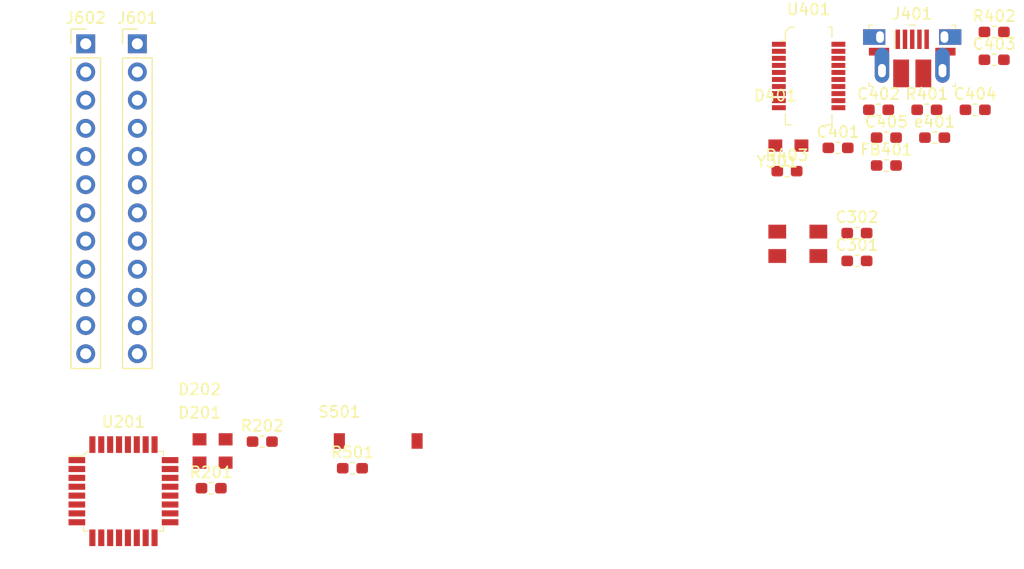
<source format=kicad_pcb>
(kicad_pcb (version 20171130) (host pcbnew "(5.1.6)-1")

  (general
    (thickness 1.6)
    (drawings 0)
    (tracks 0)
    (zones 0)
    (modules 25)
    (nets 49)
  )

  (page A4)
  (layers
    (0 F.Cu signal)
    (31 B.Cu signal)
    (32 B.Adhes user)
    (33 F.Adhes user)
    (34 B.Paste user)
    (35 F.Paste user)
    (36 B.SilkS user)
    (37 F.SilkS user)
    (38 B.Mask user)
    (39 F.Mask user)
    (40 Dwgs.User user)
    (41 Cmts.User user)
    (42 Eco1.User user)
    (43 Eco2.User user)
    (44 Edge.Cuts user)
    (45 Margin user)
    (46 B.CrtYd user)
    (47 F.CrtYd user)
    (48 B.Fab user)
    (49 F.Fab user)
  )

  (setup
    (last_trace_width 0.25)
    (trace_clearance 0.2)
    (zone_clearance 0.508)
    (zone_45_only no)
    (trace_min 0.2)
    (via_size 0.8)
    (via_drill 0.4)
    (via_min_size 0.4)
    (via_min_drill 0.3)
    (uvia_size 0.3)
    (uvia_drill 0.1)
    (uvias_allowed no)
    (uvia_min_size 0.2)
    (uvia_min_drill 0.1)
    (edge_width 0.05)
    (segment_width 0.2)
    (pcb_text_width 0.3)
    (pcb_text_size 1.5 1.5)
    (mod_edge_width 0.12)
    (mod_text_size 1 1)
    (mod_text_width 0.15)
    (pad_size 1.524 1.524)
    (pad_drill 0.762)
    (pad_to_mask_clearance 0.05)
    (aux_axis_origin 0 0)
    (visible_elements FFFFFF7F)
    (pcbplotparams
      (layerselection 0x010fc_ffffffff)
      (usegerberextensions false)
      (usegerberattributes true)
      (usegerberadvancedattributes true)
      (creategerberjobfile true)
      (excludeedgelayer true)
      (linewidth 0.100000)
      (plotframeref false)
      (viasonmask false)
      (mode 1)
      (useauxorigin false)
      (hpglpennumber 1)
      (hpglpenspeed 20)
      (hpglpendiameter 15.000000)
      (psnegative false)
      (psa4output false)
      (plotreference true)
      (plotvalue true)
      (plotinvisibletext false)
      (padsonsilk false)
      (subtractmaskfromsilk false)
      (outputformat 1)
      (mirror false)
      (drillshape 1)
      (scaleselection 1)
      (outputdirectory ""))
  )

  (net 0 "")
  (net 1 GND)
  (net 2 /ATMega328/XTAL1)
  (net 3 /ATMega328/XTAL2)
  (net 4 "Net-(C401-Pad2)")
  (net 5 "/USB TO UART/DP")
  (net 6 "/USB TO UART/DM")
  (net 7 +5V)
  (net 8 "Net-(D201-Pad2)")
  (net 9 "Net-(D202-Pad2)")
  (net 10 +3V3)
  (net 11 "Net-(D401-Pad1)")
  (net 12 "Net-(J401-PadSH)")
  (net 13 "Net-(J401-Pad4)")
  (net 14 "/PIN HEADERS/12")
  (net 15 "/PIN HEADERS/11")
  (net 16 "/PIN HEADERS/10")
  (net 17 "/PIN HEADERS/9")
  (net 18 "/PIN HEADERS/8")
  (net 19 "/PIN HEADERS/7")
  (net 20 "/PIN HEADERS/6")
  (net 21 "/PIN HEADERS/5")
  (net 22 "/PIN HEADERS/4")
  (net 23 "/PIN HEADERS/3")
  (net 24 /D1_TX)
  (net 25 /D0_RX)
  (net 26 /RESET)
  (net 27 "/PIN HEADERS/23")
  (net 28 "/PIN HEADERS/22")
  (net 29 "/PIN HEADERS/21")
  (net 30 "/PIN HEADERS/20")
  (net 31 "/PIN HEADERS/19")
  (net 32 "/PIN HEADERS/18")
  (net 33 "/PIN HEADERS/17")
  (net 34 "/PIN HEADERS/16")
  (net 35 "/PIN HEADERS/15")
  (net 36 "/PIN HEADERS/14")
  (net 37 "/PIN HEADERS/13")
  (net 38 "Net-(R401-Pad1)")
  (net 39 "Net-(R402-Pad1)")
  (net 40 "Net-(R403-Pad2)")
  (net 41 "Net-(U401-Pad19)")
  (net 42 "Net-(U401-Pad18)")
  (net 43 "Net-(U401-Pad17)")
  (net 44 "Net-(U401-Pad9)")
  (net 45 "Net-(U401-Pad8)")
  (net 46 "Net-(U401-Pad7)")
  (net 47 "Net-(U401-Pad2)")
  (net 48 "Net-(U401-Pad5)")

  (net_class Default "This is the default net class."
    (clearance 0.2)
    (trace_width 0.25)
    (via_dia 0.8)
    (via_drill 0.4)
    (uvia_dia 0.3)
    (uvia_drill 0.1)
    (add_net +3V3)
    (add_net +5V)
    (add_net /ATMega328/XTAL1)
    (add_net /ATMega328/XTAL2)
    (add_net /D0_RX)
    (add_net /D1_TX)
    (add_net "/PIN HEADERS/10")
    (add_net "/PIN HEADERS/11")
    (add_net "/PIN HEADERS/12")
    (add_net "/PIN HEADERS/13")
    (add_net "/PIN HEADERS/14")
    (add_net "/PIN HEADERS/15")
    (add_net "/PIN HEADERS/16")
    (add_net "/PIN HEADERS/17")
    (add_net "/PIN HEADERS/18")
    (add_net "/PIN HEADERS/19")
    (add_net "/PIN HEADERS/20")
    (add_net "/PIN HEADERS/21")
    (add_net "/PIN HEADERS/22")
    (add_net "/PIN HEADERS/23")
    (add_net "/PIN HEADERS/3")
    (add_net "/PIN HEADERS/4")
    (add_net "/PIN HEADERS/5")
    (add_net "/PIN HEADERS/6")
    (add_net "/PIN HEADERS/7")
    (add_net "/PIN HEADERS/8")
    (add_net "/PIN HEADERS/9")
    (add_net /RESET)
    (add_net "/USB TO UART/DM")
    (add_net "/USB TO UART/DP")
    (add_net GND)
    (add_net "Net-(C401-Pad2)")
    (add_net "Net-(D201-Pad2)")
    (add_net "Net-(D202-Pad2)")
    (add_net "Net-(D401-Pad1)")
    (add_net "Net-(J401-Pad4)")
    (add_net "Net-(J401-PadSH)")
    (add_net "Net-(R401-Pad1)")
    (add_net "Net-(R402-Pad1)")
    (add_net "Net-(R403-Pad2)")
    (add_net "Net-(U401-Pad17)")
    (add_net "Net-(U401-Pad18)")
    (add_net "Net-(U401-Pad19)")
    (add_net "Net-(U401-Pad2)")
    (add_net "Net-(U401-Pad5)")
    (add_net "Net-(U401-Pad7)")
    (add_net "Net-(U401-Pad8)")
    (add_net "Net-(U401-Pad9)")
  )

  (module "Arduino Rev 2:ECS-160-20-30B-AGL-TR" (layer F.Cu) (tedit 5F0D42F4) (tstamp 5F0DCA5F)
    (at 176.124999 83.959999)
    (path /5F0CAB04/5F0CAD05)
    (fp_text reference Y301 (at 0 -6.3) (layer F.SilkS)
      (effects (font (size 1 1) (thickness 0.15)))
    )
    (fp_text value ECS-160-20-30B-AGL-TR (at 0.1 -8) (layer F.Fab)
      (effects (font (size 1 1) (thickness 0.15)))
    )
    (pad 4 smd rect (at 0 0) (size 1.6 1.25) (layers F.Cu F.Paste F.Mask)
      (net 1 GND))
    (pad 3 smd rect (at 3.7 0) (size 1.6 1.25) (layers F.Cu F.Paste F.Mask)
      (net 3 /ATMega328/XTAL2))
    (pad 2 smd rect (at 3.7 2.2) (size 1.6 1.25) (layers F.Cu F.Paste F.Mask)
      (net 1 GND))
    (pad 1 smd rect (at 0 2.2) (size 1.6 1.25) (layers F.Cu F.Paste F.Mask)
      (net 2 /ATMega328/XTAL1))
  )

  (module "Arduino Rev 2:SSOP-20_W3.9mm" (layer F.Cu) (tedit 5D28A695) (tstamp 5F0DCA57)
    (at 178.95 69.93)
    (descr http://www.ftdichip.com/Support/Documents/DataSheets/ICs/DS_FT231X.pdf)
    (path /5F0D5038/5F0DC5F3)
    (attr smd)
    (fp_text reference U401 (at 0 -6) (layer F.SilkS)
      (effects (font (size 1 1) (thickness 0.15)))
    )
    (fp_text value FT231XS-U (at 0 6) (layer F.Fab)
      (effects (font (size 1 1) (thickness 0.15)))
    )
    (fp_text user %R (at 0 0 90) (layer F.Fab)
      (effects (font (size 1 1) (thickness 0.15)))
    )
    (fp_line (start -1.9558 4.3307) (end 1.9558 4.3307) (layer F.Fab) (width 0.1))
    (fp_line (start 1.9558 -4.3307) (end 1.9558 4.3307) (layer F.Fab) (width 0.1))
    (fp_line (start -1.95 -3.95) (end -1.575 -4.325) (layer F.Fab) (width 0.1))
    (fp_line (start 1.95 -4.33) (end -1.57 -4.33) (layer F.Fab) (width 0.1))
    (fp_line (start -1.96 4.33) (end -1.95 -3.95) (layer F.Fab) (width 0.1))
    (fp_line (start -2.1 -3.2) (end -2.5 -3.2) (layer F.SilkS) (width 0.1))
    (fp_line (start -2.1 -4) (end -2.1 -3.2) (layer F.SilkS) (width 0.1))
    (fp_line (start -1.7 -4.4) (end -2.1 -4) (layer F.SilkS) (width 0.1))
    (fp_line (start -1.3 -4.4) (end -1.7 -4.4) (layer F.SilkS) (width 0.1))
    (fp_line (start 2.1 -4.4) (end 2.1 -3.5) (layer F.SilkS) (width 0.1))
    (fp_line (start 1.8 -4.4) (end 2.1 -4.4) (layer F.SilkS) (width 0.1))
    (fp_line (start 2.1 4.4) (end 2.1 3.5) (layer F.SilkS) (width 0.1))
    (fp_line (start 1.5 4.4) (end 2.1 4.4) (layer F.SilkS) (width 0.1))
    (fp_line (start -2.1 4.4) (end -1.5 4.4) (layer F.SilkS) (width 0.1))
    (fp_line (start -2.1 3.4) (end -2.1 4.4) (layer F.SilkS) (width 0.1))
    (fp_line (start 3.6 -4.7) (end 3.6 4.7) (layer F.CrtYd) (width 0.05))
    (fp_line (start -3.6 -4.7) (end 3.6 -4.7) (layer F.CrtYd) (width 0.05))
    (fp_line (start -3.6 4.7) (end 3.6 4.7) (layer F.CrtYd) (width 0.05))
    (fp_line (start -3.6 -4.7) (end -3.6 4.7) (layer F.CrtYd) (width 0.05))
    (pad 20 smd rect (at 2.6797 -2.8575) (size 1.25 0.45) (layers F.Cu F.Paste F.Mask)
      (net 25 /D0_RX))
    (pad 19 smd rect (at 2.6797 -2.2225) (size 1.25 0.45) (layers F.Cu F.Paste F.Mask)
      (net 41 "Net-(U401-Pad19)"))
    (pad 18 smd rect (at 2.6797 -1.5875) (size 1.25 0.45) (layers F.Cu F.Paste F.Mask)
      (net 42 "Net-(U401-Pad18)"))
    (pad 17 smd rect (at 2.6797 -0.9525) (size 1.25 0.45) (layers F.Cu F.Paste F.Mask)
      (net 43 "Net-(U401-Pad17)"))
    (pad 11 smd rect (at 2.6797 2.8575) (size 1.25 0.45) (layers F.Cu F.Paste F.Mask)
      (net 38 "Net-(R401-Pad1)"))
    (pad 12 smd rect (at 2.6797 2.2225) (size 1.25 0.45) (layers F.Cu F.Paste F.Mask)
      (net 39 "Net-(R402-Pad1)"))
    (pad 13 smd rect (at 2.6797 1.5875) (size 1.25 0.45) (layers F.Cu F.Paste F.Mask)
      (net 10 +3V3))
    (pad 14 smd rect (at 2.6797 0.9525) (size 1.25 0.45) (layers F.Cu F.Paste F.Mask)
      (net 10 +3V3))
    (pad 15 smd rect (at 2.6797 0.3175) (size 1.25 0.45) (layers F.Cu F.Paste F.Mask)
      (net 7 +5V))
    (pad 16 smd rect (at 2.6797 -0.3175) (size 1.25 0.45) (layers F.Cu F.Paste F.Mask)
      (net 1 GND))
    (pad 10 smd rect (at -2.6797 2.8575) (size 1.25 0.45) (layers F.Cu F.Paste F.Mask)
      (net 40 "Net-(R403-Pad2)"))
    (pad 9 smd rect (at -2.6797 2.2225) (size 1.25 0.45) (layers F.Cu F.Paste F.Mask)
      (net 44 "Net-(U401-Pad9)"))
    (pad 8 smd rect (at -2.6797 1.5875) (size 1.25 0.45) (layers F.Cu F.Paste F.Mask)
      (net 45 "Net-(U401-Pad8)"))
    (pad 7 smd rect (at -2.6797 0.9525) (size 1.25 0.45) (layers F.Cu F.Paste F.Mask)
      (net 46 "Net-(U401-Pad7)"))
    (pad 1 smd rect (at -2.6797 -2.8575) (size 1.25 0.45) (layers F.Cu F.Paste F.Mask)
      (net 26 /RESET))
    (pad 2 smd rect (at -2.6797 -2.2225) (size 1.25 0.45) (layers F.Cu F.Paste F.Mask)
      (net 47 "Net-(U401-Pad2)"))
    (pad 3 smd rect (at -2.6797 -1.5875) (size 1.25 0.45) (layers F.Cu F.Paste F.Mask)
      (net 10 +3V3))
    (pad 4 smd rect (at -2.6797 -0.9525) (size 1.25 0.45) (layers F.Cu F.Paste F.Mask)
      (net 24 /D1_TX))
    (pad 5 smd rect (at -2.6797 -0.3175) (size 1.25 0.45) (layers F.Cu F.Paste F.Mask)
      (net 48 "Net-(U401-Pad5)"))
    (pad 6 smd rect (at -2.6797 0.3175) (size 1.25 0.45) (layers F.Cu F.Paste F.Mask)
      (net 1 GND))
  )

  (module "Arduino Rev 2:TQFP-32_7x7mm" (layer F.Cu) (tedit 5D28AA5E) (tstamp 5F0DCA2B)
    (at 117.24 107.36)
    (descr http://www.atmel.com/Images/Atmel-8826-SEEPROM-PCB-Mounting-Guidelines-Surface-Mount-Packages-ApplicationNote.pdf)
    (path /5F0BDC7A/5F0BE412)
    (attr smd)
    (fp_text reference U201 (at 0 -6.25) (layer F.SilkS)
      (effects (font (size 1 1) (thickness 0.15)))
    )
    (fp_text value ATMEGA328-AU (at 0 6.2) (layer F.Fab)
      (effects (font (size 1 1) (thickness 0.15)))
    )
    (fp_text user %R (at 0 0) (layer F.Fab)
      (effects (font (size 1 1) (thickness 0.15)))
    )
    (fp_line (start 3.5 -3.5) (end 3.5 3.5) (layer F.Fab) (width 0.1))
    (fp_line (start -3.5 3.5) (end 3.5 3.5) (layer F.Fab) (width 0.1))
    (fp_line (start -3.5 -3.2) (end -3.2 -3.5) (layer F.Fab) (width 0.1))
    (fp_line (start -3.2 -3.5) (end 3.5 -3.5) (layer F.Fab) (width 0.1))
    (fp_line (start -3.5 -3.2) (end -3.5 3.5) (layer F.Fab) (width 0.1))
    (fp_line (start -3.6 3.6) (end -3.6 3.15) (layer F.SilkS) (width 0.1))
    (fp_line (start -3.6 3.6) (end -3.15 3.6) (layer F.SilkS) (width 0.1))
    (fp_line (start 3.6 3.6) (end 3.15 3.6) (layer F.SilkS) (width 0.1))
    (fp_line (start 3.6 3.6) (end 3.6 3.15) (layer F.SilkS) (width 0.1))
    (fp_line (start 3.6 -3.6) (end 3.6 -3.15) (layer F.SilkS) (width 0.1))
    (fp_line (start 3.6 -3.6) (end 3.15 -3.6) (layer F.SilkS) (width 0.1))
    (fp_line (start -3.6 -3.15) (end -4.9 -3.15) (layer F.SilkS) (width 0.1))
    (fp_line (start -3.6 -3.25) (end -3.6 -3.15) (layer F.SilkS) (width 0.1))
    (fp_line (start -3.25 -3.6) (end -3.6 -3.25) (layer F.SilkS) (width 0.1))
    (fp_line (start -3.15 -3.6) (end -3.25 -3.6) (layer F.SilkS) (width 0.1))
    (fp_line (start -5.2 -5.2) (end 5.2 -5.2) (layer F.CrtYd) (width 0.05))
    (fp_line (start 5.2 -5.2) (end 5.2 5.2) (layer F.CrtYd) (width 0.05))
    (fp_line (start -5.2 -5.2) (end -5.2 5.2) (layer F.CrtYd) (width 0.05))
    (fp_line (start -5.2 5.2) (end 5.2 5.2) (layer F.CrtYd) (width 0.05))
    (pad 32 smd rect (at -2.8 -4.2) (size 0.55 1.5) (layers F.Cu F.Paste F.Mask)
      (net 23 "/PIN HEADERS/3"))
    (pad 31 smd rect (at -2 -4.2) (size 0.55 1.5) (layers F.Cu F.Paste F.Mask)
      (net 24 /D1_TX))
    (pad 30 smd rect (at -1.2 -4.2) (size 0.55 1.5) (layers F.Cu F.Paste F.Mask)
      (net 25 /D0_RX))
    (pad 29 smd rect (at -0.4 -4.2) (size 0.55 1.5) (layers F.Cu F.Paste F.Mask)
      (net 26 /RESET))
    (pad 28 smd rect (at 0.4 -4.2) (size 0.55 1.5) (layers F.Cu F.Paste F.Mask)
      (net 30 "/PIN HEADERS/20"))
    (pad 27 smd rect (at 1.2 -4.2) (size 0.55 1.5) (layers F.Cu F.Paste F.Mask)
      (net 31 "/PIN HEADERS/19"))
    (pad 26 smd rect (at 2 -4.2) (size 0.55 1.5) (layers F.Cu F.Paste F.Mask)
      (net 32 "/PIN HEADERS/18"))
    (pad 25 smd rect (at 2.8 -4.2) (size 0.55 1.5) (layers F.Cu F.Paste F.Mask)
      (net 33 "/PIN HEADERS/17"))
    (pad 24 smd rect (at 4.2 -2.8) (size 1.5 0.55) (layers F.Cu F.Paste F.Mask)
      (net 34 "/PIN HEADERS/16"))
    (pad 23 smd rect (at 4.2 -2) (size 1.5 0.55) (layers F.Cu F.Paste F.Mask)
      (net 35 "/PIN HEADERS/15"))
    (pad 22 smd rect (at 4.2 -1.2) (size 1.5 0.55) (layers F.Cu F.Paste F.Mask)
      (net 28 "/PIN HEADERS/22"))
    (pad 21 smd rect (at 4.2 -0.4) (size 1.5 0.55) (layers F.Cu F.Paste F.Mask)
      (net 1 GND))
    (pad 20 smd rect (at 4.2 0.4) (size 1.5 0.55) (layers F.Cu F.Paste F.Mask)
      (net 27 "/PIN HEADERS/23"))
    (pad 19 smd rect (at 4.2 1.2) (size 1.5 0.55) (layers F.Cu F.Paste F.Mask)
      (net 29 "/PIN HEADERS/21"))
    (pad 18 smd rect (at 4.2 2) (size 1.5 0.55) (layers F.Cu F.Paste F.Mask)
      (net 7 +5V))
    (pad 17 smd rect (at 4.2 2.8) (size 1.5 0.55) (layers F.Cu F.Paste F.Mask)
      (net 36 "/PIN HEADERS/14"))
    (pad 16 smd rect (at 2.8 4.2) (size 0.55 1.5) (layers F.Cu F.Paste F.Mask)
      (net 37 "/PIN HEADERS/13"))
    (pad 15 smd rect (at 2 4.2) (size 0.55 1.5) (layers F.Cu F.Paste F.Mask)
      (net 14 "/PIN HEADERS/12"))
    (pad 14 smd rect (at 1.2 4.2) (size 0.55 1.5) (layers F.Cu F.Paste F.Mask)
      (net 15 "/PIN HEADERS/11"))
    (pad 13 smd rect (at 0.4 4.2) (size 0.55 1.5) (layers F.Cu F.Paste F.Mask)
      (net 16 "/PIN HEADERS/10"))
    (pad 12 smd rect (at -0.4 4.2) (size 0.55 1.5) (layers F.Cu F.Paste F.Mask)
      (net 17 "/PIN HEADERS/9"))
    (pad 11 smd rect (at -1.2 4.2) (size 0.55 1.5) (layers F.Cu F.Paste F.Mask)
      (net 18 "/PIN HEADERS/8"))
    (pad 10 smd rect (at -2 4.2) (size 0.55 1.5) (layers F.Cu F.Paste F.Mask)
      (net 19 "/PIN HEADERS/7"))
    (pad 8 smd rect (at -4.2 2.8) (size 1.5 0.55) (layers F.Cu F.Paste F.Mask)
      (net 3 /ATMega328/XTAL2))
    (pad 7 smd rect (at -4.2 2) (size 1.5 0.55) (layers F.Cu F.Paste F.Mask)
      (net 2 /ATMega328/XTAL1))
    (pad 6 smd rect (at -4.2 1.2) (size 1.5 0.55) (layers F.Cu F.Paste F.Mask)
      (net 7 +5V))
    (pad 5 smd rect (at -4.2 0.4) (size 1.5 0.55) (layers F.Cu F.Paste F.Mask)
      (net 1 GND))
    (pad 4 smd rect (at -4.2 -0.4) (size 1.5 0.55) (layers F.Cu F.Paste F.Mask)
      (net 7 +5V))
    (pad 3 smd rect (at -4.2 -1.2) (size 1.5 0.55) (layers F.Cu F.Paste F.Mask)
      (net 1 GND))
    (pad 2 smd rect (at -4.2 -2) (size 1.5 0.55) (layers F.Cu F.Paste F.Mask)
      (net 21 "/PIN HEADERS/5"))
    (pad 1 smd rect (at -4.2 -2.8) (size 1.5 0.55) (layers F.Cu F.Paste F.Mask)
      (net 22 "/PIN HEADERS/4"))
    (pad 9 smd rect (at -2.8 4.2) (size 0.55 1.5) (layers F.Cu F.Paste F.Mask)
      (net 20 "/PIN HEADERS/6"))
  )

  (module "Arduino Rev 2:button" (layer F.Cu) (tedit 5F0D586E) (tstamp 5F0DC9F3)
    (at 136.684999 102.834999)
    (path /5F0FE90F/5F0D3286)
    (fp_text reference S501 (at 0 -2.625) (layer F.SilkS)
      (effects (font (size 1 1) (thickness 0.15)))
    )
    (fp_text value GPTS203211B (at 0 -4.1) (layer F.Fab)
      (effects (font (size 1 1) (thickness 0.15)))
    )
    (pad 2 smd rect (at 7 0) (size 1 1.4) (layers F.Cu F.Paste F.Mask)
      (net 26 /RESET))
    (pad 1 smd rect (at 0 0) (size 1 1.4) (layers F.Cu F.Paste F.Mask)
      (net 1 GND))
  )

  (module "Arduino Rev 2:R_0603_1608Metric_Pad1.05x0.95mm_HandSolder" (layer F.Cu) (tedit 5B301BBD) (tstamp 5F0DC9ED)
    (at 137.86 105.29)
    (descr "Resistor SMD 0603 (1608 Metric), square (rectangular) end terminal, IPC_7351 nominal with elongated pad for handsoldering. (Body size source: http://www.tortai-tech.com/upload/download/2011102023233369053.pdf), generated with kicad-footprint-generator")
    (tags "resistor handsolder")
    (path /5F0FE90F/5F0D522D)
    (attr smd)
    (fp_text reference R501 (at 0 -1.43) (layer F.SilkS)
      (effects (font (size 1 1) (thickness 0.15)))
    )
    (fp_text value R_US (at 0 1.43) (layer F.Fab)
      (effects (font (size 1 1) (thickness 0.15)))
    )
    (fp_text user %R (at 0 0) (layer F.Fab)
      (effects (font (size 0.4 0.4) (thickness 0.06)))
    )
    (fp_line (start 1.65 0.73) (end -1.65 0.73) (layer F.CrtYd) (width 0.05))
    (fp_line (start 1.65 -0.73) (end 1.65 0.73) (layer F.CrtYd) (width 0.05))
    (fp_line (start -1.65 -0.73) (end 1.65 -0.73) (layer F.CrtYd) (width 0.05))
    (fp_line (start -1.65 0.73) (end -1.65 -0.73) (layer F.CrtYd) (width 0.05))
    (fp_line (start -0.171267 0.51) (end 0.171267 0.51) (layer F.SilkS) (width 0.12))
    (fp_line (start -0.171267 -0.51) (end 0.171267 -0.51) (layer F.SilkS) (width 0.12))
    (fp_line (start 0.8 0.4) (end -0.8 0.4) (layer F.Fab) (width 0.1))
    (fp_line (start 0.8 -0.4) (end 0.8 0.4) (layer F.Fab) (width 0.1))
    (fp_line (start -0.8 -0.4) (end 0.8 -0.4) (layer F.Fab) (width 0.1))
    (fp_line (start -0.8 0.4) (end -0.8 -0.4) (layer F.Fab) (width 0.1))
    (pad 2 smd roundrect (at 0.875 0) (size 1.05 0.95) (layers F.Cu F.Paste F.Mask) (roundrect_rratio 0.25)
      (net 26 /RESET))
    (pad 1 smd roundrect (at -0.875 0) (size 1.05 0.95) (layers F.Cu F.Paste F.Mask) (roundrect_rratio 0.25)
      (net 7 +5V))
    (model ${KISYS3DMOD}/Resistor_SMD.3dshapes/R_0603_1608Metric.wrl
      (at (xyz 0 0 0))
      (scale (xyz 1 1 1))
      (rotate (xyz 0 0 0))
    )
  )

  (module "Arduino Rev 2:R_0603_1608Metric_Pad1.05x0.95mm_HandSolder" (layer F.Cu) (tedit 5B301BBD) (tstamp 5F0DC9DC)
    (at 177 78.51)
    (descr "Resistor SMD 0603 (1608 Metric), square (rectangular) end terminal, IPC_7351 nominal with elongated pad for handsoldering. (Body size source: http://www.tortai-tech.com/upload/download/2011102023233369053.pdf), generated with kicad-footprint-generator")
    (tags "resistor handsolder")
    (path /5F0D5038/5F0F8458)
    (attr smd)
    (fp_text reference R403 (at 0 -1.43) (layer F.SilkS)
      (effects (font (size 1 1) (thickness 0.15)))
    )
    (fp_text value "270 OHM" (at 0 1.43) (layer F.Fab)
      (effects (font (size 1 1) (thickness 0.15)))
    )
    (fp_text user %R (at 0 0) (layer F.Fab)
      (effects (font (size 0.4 0.4) (thickness 0.06)))
    )
    (fp_line (start 1.65 0.73) (end -1.65 0.73) (layer F.CrtYd) (width 0.05))
    (fp_line (start 1.65 -0.73) (end 1.65 0.73) (layer F.CrtYd) (width 0.05))
    (fp_line (start -1.65 -0.73) (end 1.65 -0.73) (layer F.CrtYd) (width 0.05))
    (fp_line (start -1.65 0.73) (end -1.65 -0.73) (layer F.CrtYd) (width 0.05))
    (fp_line (start -0.171267 0.51) (end 0.171267 0.51) (layer F.SilkS) (width 0.12))
    (fp_line (start -0.171267 -0.51) (end 0.171267 -0.51) (layer F.SilkS) (width 0.12))
    (fp_line (start 0.8 0.4) (end -0.8 0.4) (layer F.Fab) (width 0.1))
    (fp_line (start 0.8 -0.4) (end 0.8 0.4) (layer F.Fab) (width 0.1))
    (fp_line (start -0.8 -0.4) (end 0.8 -0.4) (layer F.Fab) (width 0.1))
    (fp_line (start -0.8 0.4) (end -0.8 -0.4) (layer F.Fab) (width 0.1))
    (pad 2 smd roundrect (at 0.875 0) (size 1.05 0.95) (layers F.Cu F.Paste F.Mask) (roundrect_rratio 0.25)
      (net 40 "Net-(R403-Pad2)"))
    (pad 1 smd roundrect (at -0.875 0) (size 1.05 0.95) (layers F.Cu F.Paste F.Mask) (roundrect_rratio 0.25)
      (net 11 "Net-(D401-Pad1)"))
    (model ${KISYS3DMOD}/Resistor_SMD.3dshapes/R_0603_1608Metric.wrl
      (at (xyz 0 0 0))
      (scale (xyz 1 1 1))
      (rotate (xyz 0 0 0))
    )
  )

  (module "Arduino Rev 2:R_0603_1608Metric_Pad1.05x0.95mm_HandSolder" (layer F.Cu) (tedit 5B301BBD) (tstamp 5F0DC9CB)
    (at 195.66 65.96)
    (descr "Resistor SMD 0603 (1608 Metric), square (rectangular) end terminal, IPC_7351 nominal with elongated pad for handsoldering. (Body size source: http://www.tortai-tech.com/upload/download/2011102023233369053.pdf), generated with kicad-footprint-generator")
    (tags "resistor handsolder")
    (path /5F0D5038/5F0E542D)
    (attr smd)
    (fp_text reference R402 (at 0 -1.43) (layer F.SilkS)
      (effects (font (size 1 1) (thickness 0.15)))
    )
    (fp_text value 27OHM (at 0 1.43) (layer F.Fab)
      (effects (font (size 1 1) (thickness 0.15)))
    )
    (fp_text user %R (at 0 0) (layer F.Fab)
      (effects (font (size 0.4 0.4) (thickness 0.06)))
    )
    (fp_line (start 1.65 0.73) (end -1.65 0.73) (layer F.CrtYd) (width 0.05))
    (fp_line (start 1.65 -0.73) (end 1.65 0.73) (layer F.CrtYd) (width 0.05))
    (fp_line (start -1.65 -0.73) (end 1.65 -0.73) (layer F.CrtYd) (width 0.05))
    (fp_line (start -1.65 0.73) (end -1.65 -0.73) (layer F.CrtYd) (width 0.05))
    (fp_line (start -0.171267 0.51) (end 0.171267 0.51) (layer F.SilkS) (width 0.12))
    (fp_line (start -0.171267 -0.51) (end 0.171267 -0.51) (layer F.SilkS) (width 0.12))
    (fp_line (start 0.8 0.4) (end -0.8 0.4) (layer F.Fab) (width 0.1))
    (fp_line (start 0.8 -0.4) (end 0.8 0.4) (layer F.Fab) (width 0.1))
    (fp_line (start -0.8 -0.4) (end 0.8 -0.4) (layer F.Fab) (width 0.1))
    (fp_line (start -0.8 0.4) (end -0.8 -0.4) (layer F.Fab) (width 0.1))
    (pad 2 smd roundrect (at 0.875 0) (size 1.05 0.95) (layers F.Cu F.Paste F.Mask) (roundrect_rratio 0.25)
      (net 6 "/USB TO UART/DM"))
    (pad 1 smd roundrect (at -0.875 0) (size 1.05 0.95) (layers F.Cu F.Paste F.Mask) (roundrect_rratio 0.25)
      (net 39 "Net-(R402-Pad1)"))
    (model ${KISYS3DMOD}/Resistor_SMD.3dshapes/R_0603_1608Metric.wrl
      (at (xyz 0 0 0))
      (scale (xyz 1 1 1))
      (rotate (xyz 0 0 0))
    )
  )

  (module "Arduino Rev 2:R_0603_1608Metric_Pad1.05x0.95mm_HandSolder" (layer F.Cu) (tedit 5B301BBD) (tstamp 5F0DC9BA)
    (at 189.6 72.98)
    (descr "Resistor SMD 0603 (1608 Metric), square (rectangular) end terminal, IPC_7351 nominal with elongated pad for handsoldering. (Body size source: http://www.tortai-tech.com/upload/download/2011102023233369053.pdf), generated with kicad-footprint-generator")
    (tags "resistor handsolder")
    (path /5F0D5038/5F0E6DA9)
    (attr smd)
    (fp_text reference R401 (at 0 -1.43) (layer F.SilkS)
      (effects (font (size 1 1) (thickness 0.15)))
    )
    (fp_text value 27OHM (at 0 1.43) (layer F.Fab)
      (effects (font (size 1 1) (thickness 0.15)))
    )
    (fp_text user %R (at 0 0) (layer F.Fab)
      (effects (font (size 0.4 0.4) (thickness 0.06)))
    )
    (fp_line (start 1.65 0.73) (end -1.65 0.73) (layer F.CrtYd) (width 0.05))
    (fp_line (start 1.65 -0.73) (end 1.65 0.73) (layer F.CrtYd) (width 0.05))
    (fp_line (start -1.65 -0.73) (end 1.65 -0.73) (layer F.CrtYd) (width 0.05))
    (fp_line (start -1.65 0.73) (end -1.65 -0.73) (layer F.CrtYd) (width 0.05))
    (fp_line (start -0.171267 0.51) (end 0.171267 0.51) (layer F.SilkS) (width 0.12))
    (fp_line (start -0.171267 -0.51) (end 0.171267 -0.51) (layer F.SilkS) (width 0.12))
    (fp_line (start 0.8 0.4) (end -0.8 0.4) (layer F.Fab) (width 0.1))
    (fp_line (start 0.8 -0.4) (end 0.8 0.4) (layer F.Fab) (width 0.1))
    (fp_line (start -0.8 -0.4) (end 0.8 -0.4) (layer F.Fab) (width 0.1))
    (fp_line (start -0.8 0.4) (end -0.8 -0.4) (layer F.Fab) (width 0.1))
    (pad 2 smd roundrect (at 0.875 0) (size 1.05 0.95) (layers F.Cu F.Paste F.Mask) (roundrect_rratio 0.25)
      (net 5 "/USB TO UART/DP"))
    (pad 1 smd roundrect (at -0.875 0) (size 1.05 0.95) (layers F.Cu F.Paste F.Mask) (roundrect_rratio 0.25)
      (net 38 "Net-(R401-Pad1)"))
    (model ${KISYS3DMOD}/Resistor_SMD.3dshapes/R_0603_1608Metric.wrl
      (at (xyz 0 0 0))
      (scale (xyz 1 1 1))
      (rotate (xyz 0 0 0))
    )
  )

  (module "Arduino Rev 2:R_0603_1608Metric_Pad1.05x0.95mm_HandSolder" (layer F.Cu) (tedit 5B301BBD) (tstamp 5F0DC9A9)
    (at 129.74 102.89)
    (descr "Resistor SMD 0603 (1608 Metric), square (rectangular) end terminal, IPC_7351 nominal with elongated pad for handsoldering. (Body size source: http://www.tortai-tech.com/upload/download/2011102023233369053.pdf), generated with kicad-footprint-generator")
    (tags "resistor handsolder")
    (path /5F0BDC7A/5F0D89D0)
    (attr smd)
    (fp_text reference R202 (at 0 -1.43) (layer F.SilkS)
      (effects (font (size 1 1) (thickness 0.15)))
    )
    (fp_text value R_US (at 0 1.43) (layer F.Fab)
      (effects (font (size 1 1) (thickness 0.15)))
    )
    (fp_text user %R (at 0 0) (layer F.Fab)
      (effects (font (size 0.4 0.4) (thickness 0.06)))
    )
    (fp_line (start 1.65 0.73) (end -1.65 0.73) (layer F.CrtYd) (width 0.05))
    (fp_line (start 1.65 -0.73) (end 1.65 0.73) (layer F.CrtYd) (width 0.05))
    (fp_line (start -1.65 -0.73) (end 1.65 -0.73) (layer F.CrtYd) (width 0.05))
    (fp_line (start -1.65 0.73) (end -1.65 -0.73) (layer F.CrtYd) (width 0.05))
    (fp_line (start -0.171267 0.51) (end 0.171267 0.51) (layer F.SilkS) (width 0.12))
    (fp_line (start -0.171267 -0.51) (end 0.171267 -0.51) (layer F.SilkS) (width 0.12))
    (fp_line (start 0.8 0.4) (end -0.8 0.4) (layer F.Fab) (width 0.1))
    (fp_line (start 0.8 -0.4) (end 0.8 0.4) (layer F.Fab) (width 0.1))
    (fp_line (start -0.8 -0.4) (end 0.8 -0.4) (layer F.Fab) (width 0.1))
    (fp_line (start -0.8 0.4) (end -0.8 -0.4) (layer F.Fab) (width 0.1))
    (pad 2 smd roundrect (at 0.875 0) (size 1.05 0.95) (layers F.Cu F.Paste F.Mask) (roundrect_rratio 0.25)
      (net 9 "Net-(D202-Pad2)"))
    (pad 1 smd roundrect (at -0.875 0) (size 1.05 0.95) (layers F.Cu F.Paste F.Mask) (roundrect_rratio 0.25)
      (net 36 "/PIN HEADERS/14"))
    (model ${KISYS3DMOD}/Resistor_SMD.3dshapes/R_0603_1608Metric.wrl
      (at (xyz 0 0 0))
      (scale (xyz 1 1 1))
      (rotate (xyz 0 0 0))
    )
  )

  (module "Arduino Rev 2:R_0603_1608Metric_Pad1.05x0.95mm_HandSolder" (layer F.Cu) (tedit 5B301BBD) (tstamp 5F0DC998)
    (at 125.14 107.09)
    (descr "Resistor SMD 0603 (1608 Metric), square (rectangular) end terminal, IPC_7351 nominal with elongated pad for handsoldering. (Body size source: http://www.tortai-tech.com/upload/download/2011102023233369053.pdf), generated with kicad-footprint-generator")
    (tags "resistor handsolder")
    (path /5F0BDC7A/5F0D82EB)
    (attr smd)
    (fp_text reference R201 (at 0 -1.43) (layer F.SilkS)
      (effects (font (size 1 1) (thickness 0.15)))
    )
    (fp_text value R_US (at 0 1.43) (layer F.Fab)
      (effects (font (size 1 1) (thickness 0.15)))
    )
    (fp_text user %R (at 0 0) (layer F.Fab)
      (effects (font (size 0.4 0.4) (thickness 0.06)))
    )
    (fp_line (start 1.65 0.73) (end -1.65 0.73) (layer F.CrtYd) (width 0.05))
    (fp_line (start 1.65 -0.73) (end 1.65 0.73) (layer F.CrtYd) (width 0.05))
    (fp_line (start -1.65 -0.73) (end 1.65 -0.73) (layer F.CrtYd) (width 0.05))
    (fp_line (start -1.65 0.73) (end -1.65 -0.73) (layer F.CrtYd) (width 0.05))
    (fp_line (start -0.171267 0.51) (end 0.171267 0.51) (layer F.SilkS) (width 0.12))
    (fp_line (start -0.171267 -0.51) (end 0.171267 -0.51) (layer F.SilkS) (width 0.12))
    (fp_line (start 0.8 0.4) (end -0.8 0.4) (layer F.Fab) (width 0.1))
    (fp_line (start 0.8 -0.4) (end 0.8 0.4) (layer F.Fab) (width 0.1))
    (fp_line (start -0.8 -0.4) (end 0.8 -0.4) (layer F.Fab) (width 0.1))
    (fp_line (start -0.8 0.4) (end -0.8 -0.4) (layer F.Fab) (width 0.1))
    (pad 2 smd roundrect (at 0.875 0) (size 1.05 0.95) (layers F.Cu F.Paste F.Mask) (roundrect_rratio 0.25)
      (net 8 "Net-(D201-Pad2)"))
    (pad 1 smd roundrect (at -0.875 0) (size 1.05 0.95) (layers F.Cu F.Paste F.Mask) (roundrect_rratio 0.25)
      (net 7 +5V))
    (model ${KISYS3DMOD}/Resistor_SMD.3dshapes/R_0603_1608Metric.wrl
      (at (xyz 0 0 0))
      (scale (xyz 1 1 1))
      (rotate (xyz 0 0 0))
    )
  )

  (module "Arduino Rev 2:PinHeader_1x12_P2.54mm_Vertical" (layer F.Cu) (tedit 59FED5CC) (tstamp 5F0DC987)
    (at 113.84 67.03)
    (descr "Through hole straight pin header, 1x12, 2.54mm pitch, single row")
    (tags "Through hole pin header THT 1x12 2.54mm single row")
    (path /5F10049F/5F0D6481)
    (fp_text reference J602 (at 0 -2.33) (layer F.SilkS)
      (effects (font (size 1 1) (thickness 0.15)))
    )
    (fp_text value Conn_01x12_Female (at 0 30.27) (layer F.Fab)
      (effects (font (size 1 1) (thickness 0.15)))
    )
    (fp_text user %R (at 0 13.97 90) (layer F.Fab)
      (effects (font (size 1 1) (thickness 0.15)))
    )
    (fp_line (start 1.8 -1.8) (end -1.8 -1.8) (layer F.CrtYd) (width 0.05))
    (fp_line (start 1.8 29.75) (end 1.8 -1.8) (layer F.CrtYd) (width 0.05))
    (fp_line (start -1.8 29.75) (end 1.8 29.75) (layer F.CrtYd) (width 0.05))
    (fp_line (start -1.8 -1.8) (end -1.8 29.75) (layer F.CrtYd) (width 0.05))
    (fp_line (start -1.33 -1.33) (end 0 -1.33) (layer F.SilkS) (width 0.12))
    (fp_line (start -1.33 0) (end -1.33 -1.33) (layer F.SilkS) (width 0.12))
    (fp_line (start -1.33 1.27) (end 1.33 1.27) (layer F.SilkS) (width 0.12))
    (fp_line (start 1.33 1.27) (end 1.33 29.27) (layer F.SilkS) (width 0.12))
    (fp_line (start -1.33 1.27) (end -1.33 29.27) (layer F.SilkS) (width 0.12))
    (fp_line (start -1.33 29.27) (end 1.33 29.27) (layer F.SilkS) (width 0.12))
    (fp_line (start -1.27 -0.635) (end -0.635 -1.27) (layer F.Fab) (width 0.1))
    (fp_line (start -1.27 29.21) (end -1.27 -0.635) (layer F.Fab) (width 0.1))
    (fp_line (start 1.27 29.21) (end -1.27 29.21) (layer F.Fab) (width 0.1))
    (fp_line (start 1.27 -1.27) (end 1.27 29.21) (layer F.Fab) (width 0.1))
    (fp_line (start -0.635 -1.27) (end 1.27 -1.27) (layer F.Fab) (width 0.1))
    (pad 12 thru_hole oval (at 0 27.94) (size 1.7 1.7) (drill 1) (layers *.Cu *.Mask)
      (net 26 /RESET))
    (pad 11 thru_hole oval (at 0 25.4) (size 1.7 1.7) (drill 1) (layers *.Cu *.Mask)
      (net 27 "/PIN HEADERS/23"))
    (pad 10 thru_hole oval (at 0 22.86) (size 1.7 1.7) (drill 1) (layers *.Cu *.Mask)
      (net 28 "/PIN HEADERS/22"))
    (pad 9 thru_hole oval (at 0 20.32) (size 1.7 1.7) (drill 1) (layers *.Cu *.Mask)
      (net 29 "/PIN HEADERS/21"))
    (pad 8 thru_hole oval (at 0 17.78) (size 1.7 1.7) (drill 1) (layers *.Cu *.Mask)
      (net 30 "/PIN HEADERS/20"))
    (pad 7 thru_hole oval (at 0 15.24) (size 1.7 1.7) (drill 1) (layers *.Cu *.Mask)
      (net 31 "/PIN HEADERS/19"))
    (pad 6 thru_hole oval (at 0 12.7) (size 1.7 1.7) (drill 1) (layers *.Cu *.Mask)
      (net 32 "/PIN HEADERS/18"))
    (pad 5 thru_hole oval (at 0 10.16) (size 1.7 1.7) (drill 1) (layers *.Cu *.Mask)
      (net 33 "/PIN HEADERS/17"))
    (pad 4 thru_hole oval (at 0 7.62) (size 1.7 1.7) (drill 1) (layers *.Cu *.Mask)
      (net 34 "/PIN HEADERS/16"))
    (pad 3 thru_hole oval (at 0 5.08) (size 1.7 1.7) (drill 1) (layers *.Cu *.Mask)
      (net 35 "/PIN HEADERS/15"))
    (pad 2 thru_hole oval (at 0 2.54) (size 1.7 1.7) (drill 1) (layers *.Cu *.Mask)
      (net 36 "/PIN HEADERS/14"))
    (pad 1 thru_hole rect (at 0 0) (size 1.7 1.7) (drill 1) (layers *.Cu *.Mask)
      (net 37 "/PIN HEADERS/13"))
    (model ${KISYS3DMOD}/Connector_PinHeader_2.54mm.3dshapes/PinHeader_1x12_P2.54mm_Vertical.wrl
      (at (xyz 0 0 0))
      (scale (xyz 1 1 1))
      (rotate (xyz 0 0 0))
    )
  )

  (module "Arduino Rev 2:PinHeader_1x12_P2.54mm_Vertical" (layer F.Cu) (tedit 59FED5CC) (tstamp 5F0DC967)
    (at 118.49 67.03)
    (descr "Through hole straight pin header, 1x12, 2.54mm pitch, single row")
    (tags "Through hole pin header THT 1x12 2.54mm single row")
    (path /5F10049F/5F100893)
    (fp_text reference J601 (at 0 -2.33) (layer F.SilkS)
      (effects (font (size 1 1) (thickness 0.15)))
    )
    (fp_text value Conn_01x12_Female (at 0 30.27) (layer F.Fab)
      (effects (font (size 1 1) (thickness 0.15)))
    )
    (fp_text user %R (at 0 13.97 90) (layer F.Fab)
      (effects (font (size 1 1) (thickness 0.15)))
    )
    (fp_line (start 1.8 -1.8) (end -1.8 -1.8) (layer F.CrtYd) (width 0.05))
    (fp_line (start 1.8 29.75) (end 1.8 -1.8) (layer F.CrtYd) (width 0.05))
    (fp_line (start -1.8 29.75) (end 1.8 29.75) (layer F.CrtYd) (width 0.05))
    (fp_line (start -1.8 -1.8) (end -1.8 29.75) (layer F.CrtYd) (width 0.05))
    (fp_line (start -1.33 -1.33) (end 0 -1.33) (layer F.SilkS) (width 0.12))
    (fp_line (start -1.33 0) (end -1.33 -1.33) (layer F.SilkS) (width 0.12))
    (fp_line (start -1.33 1.27) (end 1.33 1.27) (layer F.SilkS) (width 0.12))
    (fp_line (start 1.33 1.27) (end 1.33 29.27) (layer F.SilkS) (width 0.12))
    (fp_line (start -1.33 1.27) (end -1.33 29.27) (layer F.SilkS) (width 0.12))
    (fp_line (start -1.33 29.27) (end 1.33 29.27) (layer F.SilkS) (width 0.12))
    (fp_line (start -1.27 -0.635) (end -0.635 -1.27) (layer F.Fab) (width 0.1))
    (fp_line (start -1.27 29.21) (end -1.27 -0.635) (layer F.Fab) (width 0.1))
    (fp_line (start 1.27 29.21) (end -1.27 29.21) (layer F.Fab) (width 0.1))
    (fp_line (start 1.27 -1.27) (end 1.27 29.21) (layer F.Fab) (width 0.1))
    (fp_line (start -0.635 -1.27) (end 1.27 -1.27) (layer F.Fab) (width 0.1))
    (pad 12 thru_hole oval (at 0 27.94) (size 1.7 1.7) (drill 1) (layers *.Cu *.Mask)
      (net 14 "/PIN HEADERS/12"))
    (pad 11 thru_hole oval (at 0 25.4) (size 1.7 1.7) (drill 1) (layers *.Cu *.Mask)
      (net 15 "/PIN HEADERS/11"))
    (pad 10 thru_hole oval (at 0 22.86) (size 1.7 1.7) (drill 1) (layers *.Cu *.Mask)
      (net 16 "/PIN HEADERS/10"))
    (pad 9 thru_hole oval (at 0 20.32) (size 1.7 1.7) (drill 1) (layers *.Cu *.Mask)
      (net 17 "/PIN HEADERS/9"))
    (pad 8 thru_hole oval (at 0 17.78) (size 1.7 1.7) (drill 1) (layers *.Cu *.Mask)
      (net 18 "/PIN HEADERS/8"))
    (pad 7 thru_hole oval (at 0 15.24) (size 1.7 1.7) (drill 1) (layers *.Cu *.Mask)
      (net 19 "/PIN HEADERS/7"))
    (pad 6 thru_hole oval (at 0 12.7) (size 1.7 1.7) (drill 1) (layers *.Cu *.Mask)
      (net 20 "/PIN HEADERS/6"))
    (pad 5 thru_hole oval (at 0 10.16) (size 1.7 1.7) (drill 1) (layers *.Cu *.Mask)
      (net 21 "/PIN HEADERS/5"))
    (pad 4 thru_hole oval (at 0 7.62) (size 1.7 1.7) (drill 1) (layers *.Cu *.Mask)
      (net 22 "/PIN HEADERS/4"))
    (pad 3 thru_hole oval (at 0 5.08) (size 1.7 1.7) (drill 1) (layers *.Cu *.Mask)
      (net 23 "/PIN HEADERS/3"))
    (pad 2 thru_hole oval (at 0 2.54) (size 1.7 1.7) (drill 1) (layers *.Cu *.Mask)
      (net 24 /D1_TX))
    (pad 1 thru_hole rect (at 0 0) (size 1.7 1.7) (drill 1) (layers *.Cu *.Mask)
      (net 25 /D0_RX))
    (model ${KISYS3DMOD}/Connector_PinHeader_2.54mm.3dshapes/PinHeader_1x12_P2.54mm_Vertical.wrl
      (at (xyz 0 0 0))
      (scale (xyz 1 1 1))
      (rotate (xyz 0 0 0))
    )
  )

  (module "Arduino Rev 2:USB_Micro_B_Female_10103594-0001LF" (layer F.Cu) (tedit 5D28ADB2) (tstamp 5F0DC947)
    (at 188.28 69.45)
    (descr https://cdn.amphenol-icc.com/media/wysiwyg/files/drawing/10103594.pdf)
    (path /5F0D5038/5F0E8844)
    (attr smd)
    (fp_text reference J401 (at 0 -5.13) (layer F.SilkS)
      (effects (font (size 1 1) (thickness 0.15)))
    )
    (fp_text value 10103594-0001LF (at 0 2.79) (layer F.Fab)
      (effects (font (size 1 1) (thickness 0.15)))
    )
    (fp_line (start -3.75 -3.97) (end -3.75 1.29) (layer F.Fab) (width 0.1))
    (fp_line (start -3.75 -3.97) (end 3.75 -3.97) (layer F.Fab) (width 0.1))
    (fp_line (start 3.75 -3.97) (end 3.75 1.29) (layer F.Fab) (width 0.1))
    (fp_line (start -3.75 1.29) (end 3.75 1.29) (layer F.Fab) (width 0.1))
    (fp_line (start 3.9 -4.1) (end 3.9 -3.8) (layer F.SilkS) (width 0.1))
    (fp_line (start 3.9 -4.1) (end 3.6 -4.1) (layer F.SilkS) (width 0.1))
    (fp_line (start -3.9 -4.1) (end -3.9 -3.8) (layer F.SilkS) (width 0.1))
    (fp_line (start -3.9 -4.1) (end -3.6 -4.1) (layer F.SilkS) (width 0.1))
    (fp_line (start -3.9 1.4) (end -3.6 1.4) (layer F.SilkS) (width 0.1))
    (fp_line (start -3.9 1.4) (end -3.9 1.1) (layer F.SilkS) (width 0.1))
    (fp_line (start 3.9 1.4) (end 3.6 1.4) (layer F.SilkS) (width 0.1))
    (fp_line (start 3.9 1.4) (end 3.9 1.1) (layer F.SilkS) (width 0.1))
    (fp_line (start 0 -4.1) (end -0.3 -4.1) (layer F.SilkS) (width 0.1))
    (fp_line (start 0 -4.1) (end 0.3 -4.1) (layer F.SilkS) (width 0.1))
    (fp_line (start -1.6 -3.6) (end -1.6 -2) (layer F.SilkS) (width 0.1))
    (fp_line (start -4.68 1.75) (end -4.68 -4.22) (layer F.CrtYd) (width 0.05))
    (fp_line (start -4.68 1.75) (end 4.68 1.75) (layer F.CrtYd) (width 0.05))
    (fp_line (start -4.68 -4.22) (end 4.68 -4.22) (layer F.CrtYd) (width 0.05))
    (fp_line (start 4.68 1.75) (end 4.68 -4.22) (layer F.CrtYd) (width 0.05))
    (pad SH smd rect (at -1 0.25) (size 1.425 2.5) (layers F.Cu F.Paste F.Mask)
      (net 12 "Net-(J401-PadSH)"))
    (pad SH smd rect (at 2.99 -1.71) (size 1.825 0.7) (layers F.Cu F.Paste F.Mask)
      (net 12 "Net-(J401-PadSH)"))
    (pad SH thru_hole oval (at 2.725 0) (size 1.3 3.15) (drill oval 0.7 1.2 (offset 0 -0.48)) (layers *.Cu *.Mask)
      (net 12 "Net-(J401-PadSH)"))
    (pad 5 smd rect (at 1.3 -2.825) (size 0.4 1.75) (layers F.Cu F.Paste F.Mask)
      (net 1 GND))
    (pad 4 smd rect (at 0.65 -2.825) (size 0.4 1.75) (layers F.Cu F.Paste F.Mask)
      (net 13 "Net-(J401-Pad4)"))
    (pad 3 smd rect (at 0 -2.825) (size 0.4 1.75) (layers F.Cu F.Paste F.Mask)
      (net 5 "/USB TO UART/DP"))
    (pad 2 smd rect (at -0.65 -2.825) (size 0.4 1.75) (layers F.Cu F.Paste F.Mask)
      (net 6 "/USB TO UART/DM"))
    (pad SH thru_hole rect (at 2.9 -3.03) (size 2 1.4) (drill oval 0.7 1.05 (offset 0.525 0)) (layers *.Cu *.Mask)
      (net 12 "Net-(J401-PadSH)"))
    (pad 1 smd rect (at -1.3 -2.825) (size 0.4 1.75) (layers F.Cu F.Paste F.Mask)
      (net 4 "Net-(C401-Pad2)"))
    (pad SH thru_hole rect (at -2.9 -3.03) (size 2 1.4) (drill oval 0.7 1.05 (offset -0.525 0)) (layers *.Cu *.Mask)
      (net 12 "Net-(J401-PadSH)"))
    (pad SH thru_hole oval (at -2.725 0) (size 1.3 3.15) (drill oval 0.7 1.2 (offset 0 -0.48)) (layers *.Cu *.Mask)
      (net 12 "Net-(J401-PadSH)"))
    (pad SH smd rect (at -2.99 -1.71) (size 1.825 0.7) (layers F.Cu F.Paste F.Mask)
      (net 12 "Net-(J401-PadSH)"))
    (pad SH smd rect (at 1 0.25) (size 1.425 2.5) (layers F.Cu F.Paste F.Mask)
      (net 12 "Net-(J401-PadSH)"))
  )

  (module "Arduino Rev 2:R_0603_1608Metric_Pad1.05x0.95mm_HandSolder" (layer F.Cu) (tedit 5B301BBD) (tstamp 5F0DC923)
    (at 185.95 78)
    (descr "Resistor SMD 0603 (1608 Metric), square (rectangular) end terminal, IPC_7351 nominal with elongated pad for handsoldering. (Body size source: http://www.tortai-tech.com/upload/download/2011102023233369053.pdf), generated with kicad-footprint-generator")
    (tags "resistor handsolder")
    (path /5F0D5038/5F0E3275)
    (attr smd)
    (fp_text reference FB401 (at 0 -1.43) (layer F.SilkS)
      (effects (font (size 1 1) (thickness 0.15)))
    )
    (fp_text value "600 OHM @100MHz" (at 0 1.43) (layer F.Fab)
      (effects (font (size 1 1) (thickness 0.15)))
    )
    (fp_text user %R (at 0 0) (layer F.Fab)
      (effects (font (size 0.4 0.4) (thickness 0.06)))
    )
    (fp_line (start 1.65 0.73) (end -1.65 0.73) (layer F.CrtYd) (width 0.05))
    (fp_line (start 1.65 -0.73) (end 1.65 0.73) (layer F.CrtYd) (width 0.05))
    (fp_line (start -1.65 -0.73) (end 1.65 -0.73) (layer F.CrtYd) (width 0.05))
    (fp_line (start -1.65 0.73) (end -1.65 -0.73) (layer F.CrtYd) (width 0.05))
    (fp_line (start -0.171267 0.51) (end 0.171267 0.51) (layer F.SilkS) (width 0.12))
    (fp_line (start -0.171267 -0.51) (end 0.171267 -0.51) (layer F.SilkS) (width 0.12))
    (fp_line (start 0.8 0.4) (end -0.8 0.4) (layer F.Fab) (width 0.1))
    (fp_line (start 0.8 -0.4) (end 0.8 0.4) (layer F.Fab) (width 0.1))
    (fp_line (start -0.8 -0.4) (end 0.8 -0.4) (layer F.Fab) (width 0.1))
    (fp_line (start -0.8 0.4) (end -0.8 -0.4) (layer F.Fab) (width 0.1))
    (pad 2 smd roundrect (at 0.875 0) (size 1.05 0.95) (layers F.Cu F.Paste F.Mask) (roundrect_rratio 0.25)
      (net 4 "Net-(C401-Pad2)"))
    (pad 1 smd roundrect (at -0.875 0) (size 1.05 0.95) (layers F.Cu F.Paste F.Mask) (roundrect_rratio 0.25)
      (net 7 +5V))
    (model ${KISYS3DMOD}/Resistor_SMD.3dshapes/R_0603_1608Metric.wrl
      (at (xyz 0 0 0))
      (scale (xyz 1 1 1))
      (rotate (xyz 0 0 0))
    )
  )

  (module "Arduino Rev 2:C_0603_1608Metric_Pad1.05x0.95mm_HandSolder" (layer F.Cu) (tedit 5B301BBE) (tstamp 5F0DC912)
    (at 190.3 75.49)
    (descr "Capacitor SMD 0603 (1608 Metric), square (rectangular) end terminal, IPC_7351 nominal with elongated pad for handsoldering. (Body size source: http://www.tortai-tech.com/upload/download/2011102023233369053.pdf), generated with kicad-footprint-generator")
    (tags "capacitor handsolder")
    (path /5F0D5038/5F0F035F)
    (attr smd)
    (fp_text reference e401 (at 0 -1.43) (layer F.SilkS)
      (effects (font (size 1 1) (thickness 0.15)))
    )
    (fp_text value 100nF (at 0 1.43) (layer F.Fab)
      (effects (font (size 1 1) (thickness 0.15)))
    )
    (fp_text user %R (at 0 0) (layer F.Fab)
      (effects (font (size 0.4 0.4) (thickness 0.06)))
    )
    (fp_line (start 1.65 0.73) (end -1.65 0.73) (layer F.CrtYd) (width 0.05))
    (fp_line (start 1.65 -0.73) (end 1.65 0.73) (layer F.CrtYd) (width 0.05))
    (fp_line (start -1.65 -0.73) (end 1.65 -0.73) (layer F.CrtYd) (width 0.05))
    (fp_line (start -1.65 0.73) (end -1.65 -0.73) (layer F.CrtYd) (width 0.05))
    (fp_line (start -0.171267 0.51) (end 0.171267 0.51) (layer F.SilkS) (width 0.12))
    (fp_line (start -0.171267 -0.51) (end 0.171267 -0.51) (layer F.SilkS) (width 0.12))
    (fp_line (start 0.8 0.4) (end -0.8 0.4) (layer F.Fab) (width 0.1))
    (fp_line (start 0.8 -0.4) (end 0.8 0.4) (layer F.Fab) (width 0.1))
    (fp_line (start -0.8 -0.4) (end 0.8 -0.4) (layer F.Fab) (width 0.1))
    (fp_line (start -0.8 0.4) (end -0.8 -0.4) (layer F.Fab) (width 0.1))
    (pad 2 smd roundrect (at 0.875 0) (size 1.05 0.95) (layers F.Cu F.Paste F.Mask) (roundrect_rratio 0.25)
      (net 1 GND))
    (pad 1 smd roundrect (at -0.875 0) (size 1.05 0.95) (layers F.Cu F.Paste F.Mask) (roundrect_rratio 0.25)
      (net 10 +3V3))
    (model ${KISYS3DMOD}/Capacitor_SMD.3dshapes/C_0603_1608Metric.wrl
      (at (xyz 0 0 0))
      (scale (xyz 1 1 1))
      (rotate (xyz 0 0 0))
    )
  )

  (module "Arduino Rev 2:led" (layer F.Cu) (tedit 5F0D5262) (tstamp 5F0DC901)
    (at 175.949999 76.204999)
    (path /5F0D5038/5F0F7A19)
    (fp_text reference D401 (at 0 -4.5) (layer F.SilkS)
      (effects (font (size 1 1) (thickness 0.15)))
    )
    (fp_text value LED (at 0 -3.1) (layer F.Fab)
      (effects (font (size 1 1) (thickness 0.15)))
    )
    (pad 2 smd rect (at 2.35 0 90) (size 1.1 1.25) (layers F.Cu F.Paste F.Mask)
      (net 10 +3V3))
    (pad 1 smd rect (at 0 0 90) (size 1.1 1.25) (layers F.Cu F.Paste F.Mask)
      (net 11 "Net-(D401-Pad1)"))
  )

  (module "Arduino Rev 2:led" (layer F.Cu) (tedit 5F0D5262) (tstamp 5F0DC8FB)
    (at 124.089999 102.684999)
    (path /5F0BDC7A/5F0D806B)
    (fp_text reference D202 (at 0 -4.5) (layer F.SilkS)
      (effects (font (size 1 1) (thickness 0.15)))
    )
    (fp_text value LED (at 0 -3.1) (layer F.Fab)
      (effects (font (size 1 1) (thickness 0.15)))
    )
    (pad 2 smd rect (at 2.35 0 90) (size 1.1 1.25) (layers F.Cu F.Paste F.Mask)
      (net 9 "Net-(D202-Pad2)"))
    (pad 1 smd rect (at 0 0 90) (size 1.1 1.25) (layers F.Cu F.Paste F.Mask)
      (net 1 GND))
  )

  (module "Arduino Rev 2:led" (layer F.Cu) (tedit 5F0D5262) (tstamp 5F0DC8F5)
    (at 124.089999 104.784999)
    (path /5F0BDC7A/5F0D775C)
    (fp_text reference D201 (at 0 -4.5) (layer F.SilkS)
      (effects (font (size 1 1) (thickness 0.15)))
    )
    (fp_text value LED (at 0 -3.1) (layer F.Fab)
      (effects (font (size 1 1) (thickness 0.15)))
    )
    (pad 2 smd rect (at 2.35 0 90) (size 1.1 1.25) (layers F.Cu F.Paste F.Mask)
      (net 8 "Net-(D201-Pad2)"))
    (pad 1 smd rect (at 0 0 90) (size 1.1 1.25) (layers F.Cu F.Paste F.Mask)
      (net 1 GND))
  )

  (module "Arduino Rev 2:C_0603_1608Metric_Pad1.05x0.95mm_HandSolder" (layer F.Cu) (tedit 5B301BBE) (tstamp 5F0DC8EF)
    (at 185.95 75.49)
    (descr "Capacitor SMD 0603 (1608 Metric), square (rectangular) end terminal, IPC_7351 nominal with elongated pad for handsoldering. (Body size source: http://www.tortai-tech.com/upload/download/2011102023233369053.pdf), generated with kicad-footprint-generator")
    (tags "capacitor handsolder")
    (path /5F0D5038/5F0DED1B)
    (attr smd)
    (fp_text reference C405 (at 0 -1.43) (layer F.SilkS)
      (effects (font (size 1 1) (thickness 0.15)))
    )
    (fp_text value 4.7uF (at 0 1.43) (layer F.Fab)
      (effects (font (size 1 1) (thickness 0.15)))
    )
    (fp_text user %R (at 0 0) (layer F.Fab)
      (effects (font (size 0.4 0.4) (thickness 0.06)))
    )
    (fp_line (start 1.65 0.73) (end -1.65 0.73) (layer F.CrtYd) (width 0.05))
    (fp_line (start 1.65 -0.73) (end 1.65 0.73) (layer F.CrtYd) (width 0.05))
    (fp_line (start -1.65 -0.73) (end 1.65 -0.73) (layer F.CrtYd) (width 0.05))
    (fp_line (start -1.65 0.73) (end -1.65 -0.73) (layer F.CrtYd) (width 0.05))
    (fp_line (start -0.171267 0.51) (end 0.171267 0.51) (layer F.SilkS) (width 0.12))
    (fp_line (start -0.171267 -0.51) (end 0.171267 -0.51) (layer F.SilkS) (width 0.12))
    (fp_line (start 0.8 0.4) (end -0.8 0.4) (layer F.Fab) (width 0.1))
    (fp_line (start 0.8 -0.4) (end 0.8 0.4) (layer F.Fab) (width 0.1))
    (fp_line (start -0.8 -0.4) (end 0.8 -0.4) (layer F.Fab) (width 0.1))
    (fp_line (start -0.8 0.4) (end -0.8 -0.4) (layer F.Fab) (width 0.1))
    (pad 2 smd roundrect (at 0.875 0) (size 1.05 0.95) (layers F.Cu F.Paste F.Mask) (roundrect_rratio 0.25)
      (net 1 GND))
    (pad 1 smd roundrect (at -0.875 0) (size 1.05 0.95) (layers F.Cu F.Paste F.Mask) (roundrect_rratio 0.25)
      (net 7 +5V))
    (model ${KISYS3DMOD}/Capacitor_SMD.3dshapes/C_0603_1608Metric.wrl
      (at (xyz 0 0 0))
      (scale (xyz 1 1 1))
      (rotate (xyz 0 0 0))
    )
  )

  (module "Arduino Rev 2:C_0603_1608Metric_Pad1.05x0.95mm_HandSolder" (layer F.Cu) (tedit 5B301BBE) (tstamp 5F0DC8DE)
    (at 193.95 72.98)
    (descr "Capacitor SMD 0603 (1608 Metric), square (rectangular) end terminal, IPC_7351 nominal with elongated pad for handsoldering. (Body size source: http://www.tortai-tech.com/upload/download/2011102023233369053.pdf), generated with kicad-footprint-generator")
    (tags "capacitor handsolder")
    (path /5F0D5038/5F0DE501)
    (attr smd)
    (fp_text reference C404 (at 0 -1.43) (layer F.SilkS)
      (effects (font (size 1 1) (thickness 0.15)))
    )
    (fp_text value 100nF (at 0 1.43) (layer F.Fab)
      (effects (font (size 1 1) (thickness 0.15)))
    )
    (fp_text user %R (at 0 0) (layer F.Fab)
      (effects (font (size 0.4 0.4) (thickness 0.06)))
    )
    (fp_line (start 1.65 0.73) (end -1.65 0.73) (layer F.CrtYd) (width 0.05))
    (fp_line (start 1.65 -0.73) (end 1.65 0.73) (layer F.CrtYd) (width 0.05))
    (fp_line (start -1.65 -0.73) (end 1.65 -0.73) (layer F.CrtYd) (width 0.05))
    (fp_line (start -1.65 0.73) (end -1.65 -0.73) (layer F.CrtYd) (width 0.05))
    (fp_line (start -0.171267 0.51) (end 0.171267 0.51) (layer F.SilkS) (width 0.12))
    (fp_line (start -0.171267 -0.51) (end 0.171267 -0.51) (layer F.SilkS) (width 0.12))
    (fp_line (start 0.8 0.4) (end -0.8 0.4) (layer F.Fab) (width 0.1))
    (fp_line (start 0.8 -0.4) (end 0.8 0.4) (layer F.Fab) (width 0.1))
    (fp_line (start -0.8 -0.4) (end 0.8 -0.4) (layer F.Fab) (width 0.1))
    (fp_line (start -0.8 0.4) (end -0.8 -0.4) (layer F.Fab) (width 0.1))
    (pad 2 smd roundrect (at 0.875 0) (size 1.05 0.95) (layers F.Cu F.Paste F.Mask) (roundrect_rratio 0.25)
      (net 1 GND))
    (pad 1 smd roundrect (at -0.875 0) (size 1.05 0.95) (layers F.Cu F.Paste F.Mask) (roundrect_rratio 0.25)
      (net 7 +5V))
    (model ${KISYS3DMOD}/Capacitor_SMD.3dshapes/C_0603_1608Metric.wrl
      (at (xyz 0 0 0))
      (scale (xyz 1 1 1))
      (rotate (xyz 0 0 0))
    )
  )

  (module "Arduino Rev 2:C_0603_1608Metric_Pad1.05x0.95mm_HandSolder" (layer F.Cu) (tedit 5B301BBE) (tstamp 5F0DC8CD)
    (at 195.66 68.47)
    (descr "Capacitor SMD 0603 (1608 Metric), square (rectangular) end terminal, IPC_7351 nominal with elongated pad for handsoldering. (Body size source: http://www.tortai-tech.com/upload/download/2011102023233369053.pdf), generated with kicad-footprint-generator")
    (tags "capacitor handsolder")
    (path /5F0D5038/5F0DE0BE)
    (attr smd)
    (fp_text reference C403 (at 0 -1.43) (layer F.SilkS)
      (effects (font (size 1 1) (thickness 0.15)))
    )
    (fp_text value 47pF (at 0 1.43) (layer F.Fab)
      (effects (font (size 1 1) (thickness 0.15)))
    )
    (fp_text user %R (at 0 0) (layer F.Fab)
      (effects (font (size 0.4 0.4) (thickness 0.06)))
    )
    (fp_line (start 1.65 0.73) (end -1.65 0.73) (layer F.CrtYd) (width 0.05))
    (fp_line (start 1.65 -0.73) (end 1.65 0.73) (layer F.CrtYd) (width 0.05))
    (fp_line (start -1.65 -0.73) (end 1.65 -0.73) (layer F.CrtYd) (width 0.05))
    (fp_line (start -1.65 0.73) (end -1.65 -0.73) (layer F.CrtYd) (width 0.05))
    (fp_line (start -0.171267 0.51) (end 0.171267 0.51) (layer F.SilkS) (width 0.12))
    (fp_line (start -0.171267 -0.51) (end 0.171267 -0.51) (layer F.SilkS) (width 0.12))
    (fp_line (start 0.8 0.4) (end -0.8 0.4) (layer F.Fab) (width 0.1))
    (fp_line (start 0.8 -0.4) (end 0.8 0.4) (layer F.Fab) (width 0.1))
    (fp_line (start -0.8 -0.4) (end 0.8 -0.4) (layer F.Fab) (width 0.1))
    (fp_line (start -0.8 0.4) (end -0.8 -0.4) (layer F.Fab) (width 0.1))
    (pad 2 smd roundrect (at 0.875 0) (size 1.05 0.95) (layers F.Cu F.Paste F.Mask) (roundrect_rratio 0.25)
      (net 1 GND))
    (pad 1 smd roundrect (at -0.875 0) (size 1.05 0.95) (layers F.Cu F.Paste F.Mask) (roundrect_rratio 0.25)
      (net 6 "/USB TO UART/DM"))
    (model ${KISYS3DMOD}/Capacitor_SMD.3dshapes/C_0603_1608Metric.wrl
      (at (xyz 0 0 0))
      (scale (xyz 1 1 1))
      (rotate (xyz 0 0 0))
    )
  )

  (module "Arduino Rev 2:C_0603_1608Metric_Pad1.05x0.95mm_HandSolder" (layer F.Cu) (tedit 5B301BBE) (tstamp 5F0DC8BC)
    (at 185.25 72.98)
    (descr "Capacitor SMD 0603 (1608 Metric), square (rectangular) end terminal, IPC_7351 nominal with elongated pad for handsoldering. (Body size source: http://www.tortai-tech.com/upload/download/2011102023233369053.pdf), generated with kicad-footprint-generator")
    (tags "capacitor handsolder")
    (path /5F0D5038/5F0DC216)
    (attr smd)
    (fp_text reference C402 (at 0 -1.43) (layer F.SilkS)
      (effects (font (size 1 1) (thickness 0.15)))
    )
    (fp_text value 47pF (at 0 1.43) (layer F.Fab)
      (effects (font (size 1 1) (thickness 0.15)))
    )
    (fp_text user %R (at 0 0) (layer F.Fab)
      (effects (font (size 0.4 0.4) (thickness 0.06)))
    )
    (fp_line (start 1.65 0.73) (end -1.65 0.73) (layer F.CrtYd) (width 0.05))
    (fp_line (start 1.65 -0.73) (end 1.65 0.73) (layer F.CrtYd) (width 0.05))
    (fp_line (start -1.65 -0.73) (end 1.65 -0.73) (layer F.CrtYd) (width 0.05))
    (fp_line (start -1.65 0.73) (end -1.65 -0.73) (layer F.CrtYd) (width 0.05))
    (fp_line (start -0.171267 0.51) (end 0.171267 0.51) (layer F.SilkS) (width 0.12))
    (fp_line (start -0.171267 -0.51) (end 0.171267 -0.51) (layer F.SilkS) (width 0.12))
    (fp_line (start 0.8 0.4) (end -0.8 0.4) (layer F.Fab) (width 0.1))
    (fp_line (start 0.8 -0.4) (end 0.8 0.4) (layer F.Fab) (width 0.1))
    (fp_line (start -0.8 -0.4) (end 0.8 -0.4) (layer F.Fab) (width 0.1))
    (fp_line (start -0.8 0.4) (end -0.8 -0.4) (layer F.Fab) (width 0.1))
    (pad 2 smd roundrect (at 0.875 0) (size 1.05 0.95) (layers F.Cu F.Paste F.Mask) (roundrect_rratio 0.25)
      (net 1 GND))
    (pad 1 smd roundrect (at -0.875 0) (size 1.05 0.95) (layers F.Cu F.Paste F.Mask) (roundrect_rratio 0.25)
      (net 5 "/USB TO UART/DP"))
    (model ${KISYS3DMOD}/Capacitor_SMD.3dshapes/C_0603_1608Metric.wrl
      (at (xyz 0 0 0))
      (scale (xyz 1 1 1))
      (rotate (xyz 0 0 0))
    )
  )

  (module "Arduino Rev 2:C_0603_1608Metric_Pad1.05x0.95mm_HandSolder" (layer F.Cu) (tedit 5B301BBE) (tstamp 5F0DC8AB)
    (at 181.6 76.41)
    (descr "Capacitor SMD 0603 (1608 Metric), square (rectangular) end terminal, IPC_7351 nominal with elongated pad for handsoldering. (Body size source: http://www.tortai-tech.com/upload/download/2011102023233369053.pdf), generated with kicad-footprint-generator")
    (tags "capacitor handsolder")
    (path /5F0D5038/5F0DB385)
    (attr smd)
    (fp_text reference C401 (at 0 -1.43) (layer F.SilkS)
      (effects (font (size 1 1) (thickness 0.15)))
    )
    (fp_text value 10nF (at 0 1.43) (layer F.Fab)
      (effects (font (size 1 1) (thickness 0.15)))
    )
    (fp_text user %R (at 0 0) (layer F.Fab)
      (effects (font (size 0.4 0.4) (thickness 0.06)))
    )
    (fp_line (start 1.65 0.73) (end -1.65 0.73) (layer F.CrtYd) (width 0.05))
    (fp_line (start 1.65 -0.73) (end 1.65 0.73) (layer F.CrtYd) (width 0.05))
    (fp_line (start -1.65 -0.73) (end 1.65 -0.73) (layer F.CrtYd) (width 0.05))
    (fp_line (start -1.65 0.73) (end -1.65 -0.73) (layer F.CrtYd) (width 0.05))
    (fp_line (start -0.171267 0.51) (end 0.171267 0.51) (layer F.SilkS) (width 0.12))
    (fp_line (start -0.171267 -0.51) (end 0.171267 -0.51) (layer F.SilkS) (width 0.12))
    (fp_line (start 0.8 0.4) (end -0.8 0.4) (layer F.Fab) (width 0.1))
    (fp_line (start 0.8 -0.4) (end 0.8 0.4) (layer F.Fab) (width 0.1))
    (fp_line (start -0.8 -0.4) (end 0.8 -0.4) (layer F.Fab) (width 0.1))
    (fp_line (start -0.8 0.4) (end -0.8 -0.4) (layer F.Fab) (width 0.1))
    (pad 2 smd roundrect (at 0.875 0) (size 1.05 0.95) (layers F.Cu F.Paste F.Mask) (roundrect_rratio 0.25)
      (net 4 "Net-(C401-Pad2)"))
    (pad 1 smd roundrect (at -0.875 0) (size 1.05 0.95) (layers F.Cu F.Paste F.Mask) (roundrect_rratio 0.25)
      (net 1 GND))
    (model ${KISYS3DMOD}/Capacitor_SMD.3dshapes/C_0603_1608Metric.wrl
      (at (xyz 0 0 0))
      (scale (xyz 1 1 1))
      (rotate (xyz 0 0 0))
    )
  )

  (module "Arduino Rev 2:C_0603_1608Metric_Pad1.05x0.95mm_HandSolder" (layer F.Cu) (tedit 5B301BBE) (tstamp 5F0DC89A)
    (at 183.3 84.09)
    (descr "Capacitor SMD 0603 (1608 Metric), square (rectangular) end terminal, IPC_7351 nominal with elongated pad for handsoldering. (Body size source: http://www.tortai-tech.com/upload/download/2011102023233369053.pdf), generated with kicad-footprint-generator")
    (tags "capacitor handsolder")
    (path /5F0CAB04/5F0CCEAD)
    (attr smd)
    (fp_text reference C302 (at 0 -1.43) (layer F.SilkS)
      (effects (font (size 1 1) (thickness 0.15)))
    )
    (fp_text value 22pF (at 0 1.43) (layer F.Fab)
      (effects (font (size 1 1) (thickness 0.15)))
    )
    (fp_text user %R (at 0 0) (layer F.Fab)
      (effects (font (size 0.4 0.4) (thickness 0.06)))
    )
    (fp_line (start 1.65 0.73) (end -1.65 0.73) (layer F.CrtYd) (width 0.05))
    (fp_line (start 1.65 -0.73) (end 1.65 0.73) (layer F.CrtYd) (width 0.05))
    (fp_line (start -1.65 -0.73) (end 1.65 -0.73) (layer F.CrtYd) (width 0.05))
    (fp_line (start -1.65 0.73) (end -1.65 -0.73) (layer F.CrtYd) (width 0.05))
    (fp_line (start -0.171267 0.51) (end 0.171267 0.51) (layer F.SilkS) (width 0.12))
    (fp_line (start -0.171267 -0.51) (end 0.171267 -0.51) (layer F.SilkS) (width 0.12))
    (fp_line (start 0.8 0.4) (end -0.8 0.4) (layer F.Fab) (width 0.1))
    (fp_line (start 0.8 -0.4) (end 0.8 0.4) (layer F.Fab) (width 0.1))
    (fp_line (start -0.8 -0.4) (end 0.8 -0.4) (layer F.Fab) (width 0.1))
    (fp_line (start -0.8 0.4) (end -0.8 -0.4) (layer F.Fab) (width 0.1))
    (pad 2 smd roundrect (at 0.875 0) (size 1.05 0.95) (layers F.Cu F.Paste F.Mask) (roundrect_rratio 0.25)
      (net 1 GND))
    (pad 1 smd roundrect (at -0.875 0) (size 1.05 0.95) (layers F.Cu F.Paste F.Mask) (roundrect_rratio 0.25)
      (net 3 /ATMega328/XTAL2))
    (model ${KISYS3DMOD}/Capacitor_SMD.3dshapes/C_0603_1608Metric.wrl
      (at (xyz 0 0 0))
      (scale (xyz 1 1 1))
      (rotate (xyz 0 0 0))
    )
  )

  (module "Arduino Rev 2:C_0603_1608Metric_Pad1.05x0.95mm_HandSolder" (layer F.Cu) (tedit 5B301BBE) (tstamp 5F0DC889)
    (at 183.3 86.6)
    (descr "Capacitor SMD 0603 (1608 Metric), square (rectangular) end terminal, IPC_7351 nominal with elongated pad for handsoldering. (Body size source: http://www.tortai-tech.com/upload/download/2011102023233369053.pdf), generated with kicad-footprint-generator")
    (tags "capacitor handsolder")
    (path /5F0CAB04/5F0CDC6B)
    (attr smd)
    (fp_text reference C301 (at 0 -1.43) (layer F.SilkS)
      (effects (font (size 1 1) (thickness 0.15)))
    )
    (fp_text value 22pF (at 0 1.43) (layer F.Fab)
      (effects (font (size 1 1) (thickness 0.15)))
    )
    (fp_text user %R (at 0 0) (layer F.Fab)
      (effects (font (size 0.4 0.4) (thickness 0.06)))
    )
    (fp_line (start 1.65 0.73) (end -1.65 0.73) (layer F.CrtYd) (width 0.05))
    (fp_line (start 1.65 -0.73) (end 1.65 0.73) (layer F.CrtYd) (width 0.05))
    (fp_line (start -1.65 -0.73) (end 1.65 -0.73) (layer F.CrtYd) (width 0.05))
    (fp_line (start -1.65 0.73) (end -1.65 -0.73) (layer F.CrtYd) (width 0.05))
    (fp_line (start -0.171267 0.51) (end 0.171267 0.51) (layer F.SilkS) (width 0.12))
    (fp_line (start -0.171267 -0.51) (end 0.171267 -0.51) (layer F.SilkS) (width 0.12))
    (fp_line (start 0.8 0.4) (end -0.8 0.4) (layer F.Fab) (width 0.1))
    (fp_line (start 0.8 -0.4) (end 0.8 0.4) (layer F.Fab) (width 0.1))
    (fp_line (start -0.8 -0.4) (end 0.8 -0.4) (layer F.Fab) (width 0.1))
    (fp_line (start -0.8 0.4) (end -0.8 -0.4) (layer F.Fab) (width 0.1))
    (pad 2 smd roundrect (at 0.875 0) (size 1.05 0.95) (layers F.Cu F.Paste F.Mask) (roundrect_rratio 0.25)
      (net 1 GND))
    (pad 1 smd roundrect (at -0.875 0) (size 1.05 0.95) (layers F.Cu F.Paste F.Mask) (roundrect_rratio 0.25)
      (net 2 /ATMega328/XTAL1))
    (model ${KISYS3DMOD}/Capacitor_SMD.3dshapes/C_0603_1608Metric.wrl
      (at (xyz 0 0 0))
      (scale (xyz 1 1 1))
      (rotate (xyz 0 0 0))
    )
  )

)

</source>
